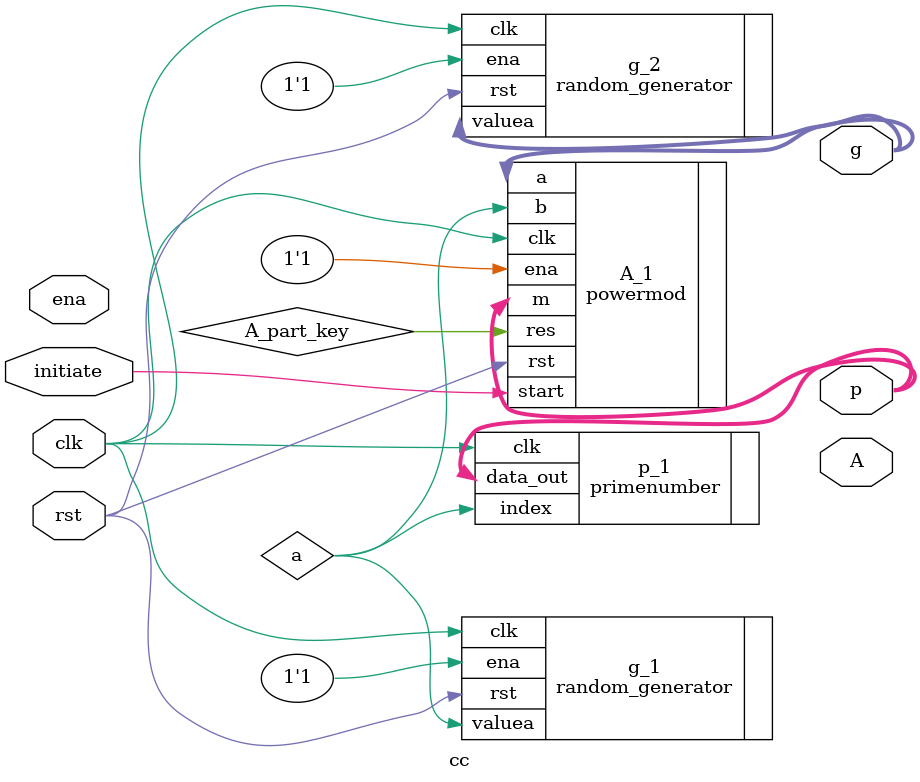
<source format=v>
module cc (
input initiate,
input rst,
input clk,
input ena,
output [7:0] g,
output [7:0] p,
output [7:0] A,
);

random_generator g_1 (
		.rst	 (rst),
		.clk	 (clk),
		.ena	 (1'b1),
		.valuea(a)	
);
random_generator g_2 (
		.rst	 (rst),
		.clk	 (clk),
		.ena	 (1'b1),
		.valuea(g)	
);

primenumber p_1 (
		.clk	   (clk),
		.index   (a),
		.data_out(p),
);

powermod A_1 (
		.rst	 (rst),
		.clk	 (clk),
		.ena	 (1'b1),
		.start (initiate),
		.a		 (g),
		.b		 (a),
		.m		 (p),
		.res   (A_part_key),
);


endmodule
</source>
